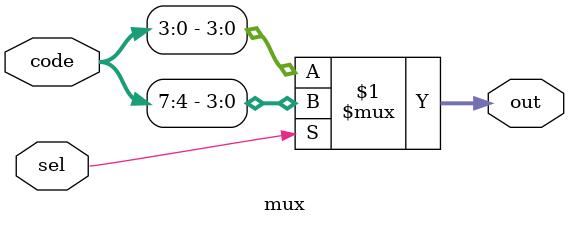
<source format=v>
module mux
#(parameter WIDTH = 4, SEL_BITS = 1)
(
    input wire [(WIDTH << SEL_BITS) - 1:0] code,
    input wire [SEL_BITS - 1:0] sel,
    output wire [WIDTH - 1:0] out
);
    function [WIDTH - 1:0] f2(input [(WIDTH << 2) - 1:0] code, input [1:0] sel);
        case (sel)
            0: f2 = code[WIDTH - 1:0];
            1: f2 = code[WIDTH * 2 - 1:WIDTH];
            2: f2 = code[WIDTH * 3 - 1:WIDTH * 2];
            3: f2 = code[WIDTH * 4 - 1:WIDTH * 3];
        endcase
    endfunction

    function [WIDTH - 1:0] f3(input [(WIDTH << 3) - 1:0] code, input [2:0] sel);
        case (sel)
            0: f3 = code[WIDTH - 1:0];
            1: f3 = code[WIDTH * 2 - 1:WIDTH];
            2: f3 = code[WIDTH * 3 - 1:WIDTH * 2];
            3: f3 = code[WIDTH * 4 - 1:WIDTH * 3];
            4: f3 = code[WIDTH * 5 - 1:WIDTH * 4];
            5: f3 = code[WIDTH * 6 - 1:WIDTH * 5];
            6: f3 = code[WIDTH * 7 - 1:WIDTH * 6];
            7: f3 = code[WIDTH * 8 - 1:WIDTH * 7];
        endcase
    endfunction

    generate
        case (SEL_BITS)
            1: assign out = sel ? code[(WIDTH << 1) - 1:WIDTH] : code[WIDTH - 1: 0];
            2: assign out = f2(code, sel);
            3: assign out = f3(code, sel);
        endcase
    endgenerate
endmodule

</source>
